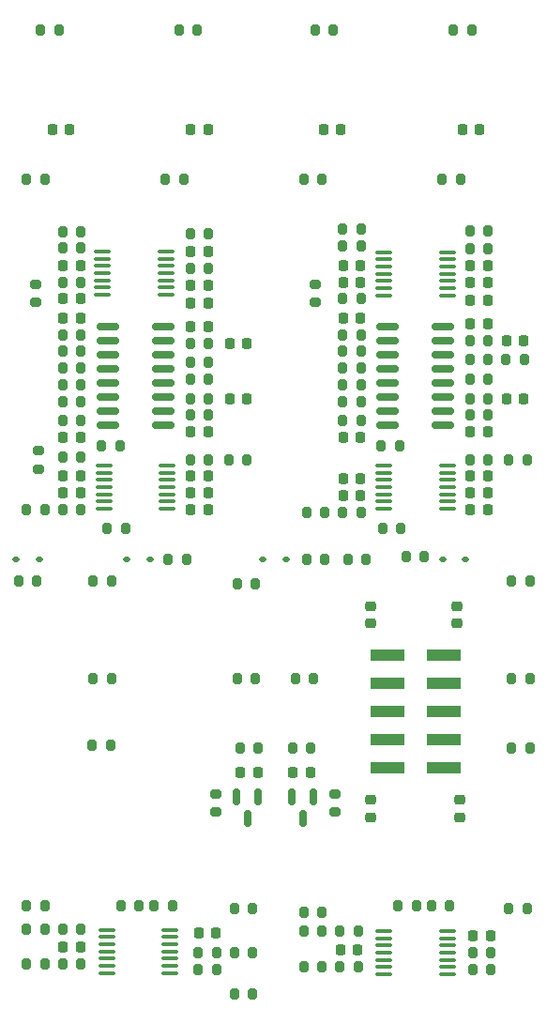
<source format=gbr>
%TF.GenerationSoftware,KiCad,Pcbnew,8.0.0*%
%TF.CreationDate,2024-08-29T00:26:00-07:00*%
%TF.ProjectId,veils_clone,7665696c-735f-4636-9c6f-6e652e6b6963,rev?*%
%TF.SameCoordinates,Original*%
%TF.FileFunction,Paste,Bot*%
%TF.FilePolarity,Positive*%
%FSLAX46Y46*%
G04 Gerber Fmt 4.6, Leading zero omitted, Abs format (unit mm)*
G04 Created by KiCad (PCBNEW 8.0.0) date 2024-08-29 00:26:00*
%MOMM*%
%LPD*%
G01*
G04 APERTURE LIST*
G04 Aperture macros list*
%AMRoundRect*
0 Rectangle with rounded corners*
0 $1 Rounding radius*
0 $2 $3 $4 $5 $6 $7 $8 $9 X,Y pos of 4 corners*
0 Add a 4 corners polygon primitive as box body*
4,1,4,$2,$3,$4,$5,$6,$7,$8,$9,$2,$3,0*
0 Add four circle primitives for the rounded corners*
1,1,$1+$1,$2,$3*
1,1,$1+$1,$4,$5*
1,1,$1+$1,$6,$7*
1,1,$1+$1,$8,$9*
0 Add four rect primitives between the rounded corners*
20,1,$1+$1,$2,$3,$4,$5,0*
20,1,$1+$1,$4,$5,$6,$7,0*
20,1,$1+$1,$6,$7,$8,$9,0*
20,1,$1+$1,$8,$9,$2,$3,0*%
G04 Aperture macros list end*
%ADD10RoundRect,0.200000X-0.200000X-0.275000X0.200000X-0.275000X0.200000X0.275000X-0.200000X0.275000X0*%
%ADD11RoundRect,0.225000X-0.225000X-0.250000X0.225000X-0.250000X0.225000X0.250000X-0.225000X0.250000X0*%
%ADD12RoundRect,0.200000X-0.275000X0.200000X-0.275000X-0.200000X0.275000X-0.200000X0.275000X0.200000X0*%
%ADD13RoundRect,0.150000X-0.150000X0.587500X-0.150000X-0.587500X0.150000X-0.587500X0.150000X0.587500X0*%
%ADD14RoundRect,0.200000X0.200000X0.275000X-0.200000X0.275000X-0.200000X-0.275000X0.200000X-0.275000X0*%
%ADD15RoundRect,0.225000X0.225000X0.250000X-0.225000X0.250000X-0.225000X-0.250000X0.225000X-0.250000X0*%
%ADD16RoundRect,0.225000X-0.250000X0.225000X-0.250000X-0.225000X0.250000X-0.225000X0.250000X0.225000X0*%
%ADD17RoundRect,0.112500X-0.187500X-0.112500X0.187500X-0.112500X0.187500X0.112500X-0.187500X0.112500X0*%
%ADD18RoundRect,0.100000X0.637500X0.100000X-0.637500X0.100000X-0.637500X-0.100000X0.637500X-0.100000X0*%
%ADD19RoundRect,0.112500X0.187500X0.112500X-0.187500X0.112500X-0.187500X-0.112500X0.187500X-0.112500X0*%
%ADD20RoundRect,0.150000X-0.825000X-0.150000X0.825000X-0.150000X0.825000X0.150000X-0.825000X0.150000X0*%
%ADD21RoundRect,0.100000X-0.637500X-0.100000X0.637500X-0.100000X0.637500X0.100000X-0.637500X0.100000X0*%
%ADD22R,3.150000X1.000000*%
%ADD23RoundRect,0.200000X0.275000X-0.200000X0.275000X0.200000X-0.275000X0.200000X-0.275000X-0.200000X0*%
%ADD24RoundRect,0.225000X0.250000X-0.225000X0.250000X0.225000X-0.250000X0.225000X-0.250000X-0.225000X0*%
G04 APERTURE END LIST*
D10*
%TO.C,R37*%
X74700000Y-106250000D03*
X76350000Y-106250000D03*
%TD*%
D11*
%TO.C,C20*%
X110725000Y-94500000D03*
X112275000Y-94500000D03*
%TD*%
D10*
%TO.C,R68*%
X92425000Y-140850000D03*
X94075000Y-140850000D03*
%TD*%
D12*
%TO.C,R94*%
X84500000Y-130175000D03*
X84500000Y-131825000D03*
%TD*%
D13*
%TO.C,U10*%
X86387500Y-130475000D03*
X88287500Y-130475000D03*
X87337500Y-132350000D03*
%TD*%
D14*
%TO.C,R26*%
X83825000Y-94500000D03*
X82175000Y-94500000D03*
%TD*%
%TO.C,R44*%
X87825000Y-140500000D03*
X86175000Y-140500000D03*
%TD*%
%TO.C,R25*%
X83825000Y-96000000D03*
X82175000Y-96000000D03*
%TD*%
%TO.C,R43*%
X69075000Y-104500000D03*
X67425000Y-104500000D03*
%TD*%
D11*
%TO.C,C36*%
X95975000Y-82500000D03*
X97525000Y-82500000D03*
%TD*%
D15*
%TO.C,C39*%
X109025000Y-87750000D03*
X107475000Y-87750000D03*
%TD*%
%TO.C,C3*%
X72275000Y-98000000D03*
X70725000Y-98000000D03*
%TD*%
D11*
%TO.C,C38*%
X107475000Y-97500000D03*
X109025000Y-97500000D03*
%TD*%
D10*
%TO.C,R32*%
X82175000Y-100000000D03*
X83825000Y-100000000D03*
%TD*%
D14*
%TO.C,R89*%
X105575000Y-140250000D03*
X103925000Y-140250000D03*
%TD*%
%TO.C,R29*%
X83825000Y-91250000D03*
X82175000Y-91250000D03*
%TD*%
D10*
%TO.C,R49*%
X95925000Y-90250000D03*
X97575000Y-90250000D03*
%TD*%
D14*
%TO.C,R64*%
X94325000Y-109000000D03*
X92675000Y-109000000D03*
%TD*%
%TO.C,R10*%
X70325000Y-61250000D03*
X68675000Y-61250000D03*
%TD*%
%TO.C,R41*%
X80575000Y-140250000D03*
X78925000Y-140250000D03*
%TD*%
D10*
%TO.C,R8*%
X70675000Y-93250000D03*
X72325000Y-93250000D03*
%TD*%
D16*
%TO.C,C44*%
X98500000Y-130725000D03*
X98500000Y-132275000D03*
%TD*%
D14*
%TO.C,R91*%
X94325000Y-104750000D03*
X92675000Y-104750000D03*
%TD*%
D10*
%TO.C,R27*%
X86675000Y-126000000D03*
X88325000Y-126000000D03*
%TD*%
%TO.C,R71*%
X95925000Y-80750000D03*
X97575000Y-80750000D03*
%TD*%
D12*
%TO.C,R61*%
X68450000Y-99225000D03*
X68450000Y-100875000D03*
%TD*%
D10*
%TO.C,R14*%
X70675000Y-142400000D03*
X72325000Y-142400000D03*
%TD*%
D14*
%TO.C,R78*%
X109075000Y-89250000D03*
X107425000Y-89250000D03*
%TD*%
D10*
%TO.C,R82*%
X110675000Y-91000000D03*
X112325000Y-91000000D03*
%TD*%
%TO.C,R55*%
X95925000Y-93250000D03*
X97575000Y-93250000D03*
%TD*%
D17*
%TO.C,D1*%
X66495000Y-109000000D03*
X68595000Y-109000000D03*
%TD*%
D18*
%TO.C,U4*%
X80112500Y-100550000D03*
X80112500Y-101200000D03*
X80112500Y-101850000D03*
X80112500Y-102500000D03*
X80112500Y-103150000D03*
X80112500Y-103800000D03*
X80112500Y-104450000D03*
X74387500Y-104450000D03*
X74387500Y-103800000D03*
X74387500Y-103150000D03*
X74387500Y-102500000D03*
X74387500Y-101850000D03*
X74387500Y-101200000D03*
X74387500Y-100550000D03*
%TD*%
D14*
%TO.C,R87*%
X97575000Y-104750000D03*
X95925000Y-104750000D03*
%TD*%
D10*
%TO.C,R96*%
X99425000Y-98750000D03*
X101075000Y-98750000D03*
%TD*%
D11*
%TO.C,C45*%
X86725000Y-128250000D03*
X88275000Y-128250000D03*
%TD*%
D15*
%TO.C,C6*%
X72275000Y-85500000D03*
X70725000Y-85500000D03*
%TD*%
D19*
%TO.C,D5*%
X90800000Y-109000000D03*
X88700000Y-109000000D03*
%TD*%
D14*
%TO.C,R60*%
X109075000Y-79350000D03*
X107425000Y-79350000D03*
%TD*%
D10*
%TO.C,R3*%
X70675000Y-88750000D03*
X72325000Y-88750000D03*
%TD*%
%TO.C,R9*%
X82175000Y-82750000D03*
X83825000Y-82750000D03*
%TD*%
D15*
%TO.C,C33*%
X97275000Y-144250000D03*
X95725000Y-144250000D03*
%TD*%
D10*
%TO.C,R28*%
X86425000Y-111250000D03*
X88075000Y-111250000D03*
%TD*%
D14*
%TO.C,R1*%
X75075000Y-119750000D03*
X73425000Y-119750000D03*
%TD*%
%TO.C,R16*%
X68325000Y-111000000D03*
X66675000Y-111000000D03*
%TD*%
D15*
%TO.C,C1*%
X71275000Y-70250000D03*
X69725000Y-70250000D03*
%TD*%
D11*
%TO.C,C46*%
X91475000Y-128250000D03*
X93025000Y-128250000D03*
%TD*%
D14*
%TO.C,R83*%
X109325000Y-144500000D03*
X107675000Y-144500000D03*
%TD*%
D10*
%TO.C,R56*%
X107425000Y-81000000D03*
X109075000Y-81000000D03*
%TD*%
D15*
%TO.C,C4*%
X83775000Y-85900000D03*
X82225000Y-85900000D03*
%TD*%
D20*
%TO.C,U7*%
X74775000Y-96945000D03*
X74775000Y-95675000D03*
X74775000Y-94405000D03*
X74775000Y-93135000D03*
X74775000Y-91865000D03*
X74775000Y-90595000D03*
X74775000Y-89325000D03*
X74775000Y-88055000D03*
X79725000Y-88055000D03*
X79725000Y-89325000D03*
X79725000Y-90595000D03*
X79725000Y-91865000D03*
X79725000Y-93135000D03*
X79725000Y-94405000D03*
X79725000Y-95675000D03*
X79725000Y-96945000D03*
%TD*%
D14*
%TO.C,R35*%
X87825000Y-144500000D03*
X86175000Y-144500000D03*
%TD*%
D10*
%TO.C,R84*%
X110925000Y-100000000D03*
X112575000Y-100000000D03*
%TD*%
%TO.C,R36*%
X85675000Y-100000000D03*
X87325000Y-100000000D03*
%TD*%
D11*
%TO.C,C29*%
X70725000Y-101500000D03*
X72275000Y-101500000D03*
%TD*%
D14*
%TO.C,R92*%
X112575000Y-140500000D03*
X110925000Y-140500000D03*
%TD*%
D10*
%TO.C,R53*%
X95925000Y-91750000D03*
X97575000Y-91750000D03*
%TD*%
D13*
%TO.C,U9*%
X91387500Y-130475000D03*
X93287500Y-130475000D03*
X92337500Y-132350000D03*
%TD*%
D14*
%TO.C,R7*%
X72325000Y-96500000D03*
X70675000Y-96500000D03*
%TD*%
D10*
%TO.C,R50*%
X95925000Y-88750000D03*
X97575000Y-88750000D03*
%TD*%
D11*
%TO.C,C11*%
X82225000Y-101500000D03*
X83775000Y-101500000D03*
%TD*%
D14*
%TO.C,R22*%
X72325000Y-79450000D03*
X70675000Y-79450000D03*
%TD*%
D17*
%TO.C,D7*%
X104950000Y-109000000D03*
X107050000Y-109000000D03*
%TD*%
D15*
%TO.C,C26*%
X84525000Y-142750000D03*
X82975000Y-142750000D03*
%TD*%
%TO.C,C13*%
X95775000Y-70250000D03*
X94225000Y-70250000D03*
%TD*%
D10*
%TO.C,R76*%
X111175000Y-111000000D03*
X112825000Y-111000000D03*
%TD*%
D15*
%TO.C,C25*%
X72275000Y-144000000D03*
X70725000Y-144000000D03*
%TD*%
D14*
%TO.C,R58*%
X97575000Y-94750000D03*
X95925000Y-94750000D03*
%TD*%
D10*
%TO.C,R66*%
X95675000Y-145750000D03*
X97325000Y-145750000D03*
%TD*%
%TO.C,R47*%
X70675000Y-99750000D03*
X72325000Y-99750000D03*
%TD*%
D14*
%TO.C,R51*%
X93075000Y-126000000D03*
X91425000Y-126000000D03*
%TD*%
%TO.C,R54*%
X97575000Y-96500000D03*
X95925000Y-96500000D03*
%TD*%
%TO.C,R31*%
X83825000Y-92750000D03*
X82175000Y-92750000D03*
%TD*%
D11*
%TO.C,C8*%
X85725000Y-94500000D03*
X87275000Y-94500000D03*
%TD*%
%TO.C,C10*%
X82225000Y-104500000D03*
X83775000Y-104500000D03*
%TD*%
D12*
%TO.C,R19*%
X68250000Y-84175000D03*
X68250000Y-85825000D03*
%TD*%
D10*
%TO.C,R6*%
X70675000Y-91750000D03*
X72325000Y-91750000D03*
%TD*%
D11*
%TO.C,C5*%
X82225000Y-81250000D03*
X83775000Y-81250000D03*
%TD*%
D10*
%TO.C,R65*%
X92425000Y-145750000D03*
X94075000Y-145750000D03*
%TD*%
D14*
%TO.C,R77*%
X109075000Y-91000000D03*
X107425000Y-91000000D03*
%TD*%
D20*
%TO.C,U8*%
X100025000Y-96945000D03*
X100025000Y-95675000D03*
X100025000Y-94405000D03*
X100025000Y-93135000D03*
X100025000Y-91865000D03*
X100025000Y-90595000D03*
X100025000Y-89325000D03*
X100025000Y-88055000D03*
X104975000Y-88055000D03*
X104975000Y-89325000D03*
X104975000Y-90595000D03*
X104975000Y-91865000D03*
X104975000Y-93135000D03*
X104975000Y-94405000D03*
X104975000Y-95675000D03*
X104975000Y-96945000D03*
%TD*%
D21*
%TO.C,U1*%
X74637500Y-146325000D03*
X74637500Y-145675000D03*
X74637500Y-145025000D03*
X74637500Y-144375000D03*
X74637500Y-143725000D03*
X74637500Y-143075000D03*
X74637500Y-142425000D03*
X80362500Y-142425000D03*
X80362500Y-143075000D03*
X80362500Y-143725000D03*
X80362500Y-144375000D03*
X80362500Y-145025000D03*
X80362500Y-145675000D03*
X80362500Y-146325000D03*
%TD*%
D10*
%TO.C,R48*%
X91675000Y-119750000D03*
X93325000Y-119750000D03*
%TD*%
D11*
%TO.C,C27*%
X82225000Y-84250000D03*
X83775000Y-84250000D03*
%TD*%
D10*
%TO.C,R38*%
X82925000Y-146000000D03*
X84575000Y-146000000D03*
%TD*%
%TO.C,R17*%
X67425000Y-145500000D03*
X69075000Y-145500000D03*
%TD*%
D15*
%TO.C,C19*%
X108275000Y-70250000D03*
X106725000Y-70250000D03*
%TD*%
%TO.C,C32*%
X83775000Y-88000000D03*
X82225000Y-88000000D03*
%TD*%
D11*
%TO.C,C31*%
X82225000Y-97500000D03*
X83775000Y-97500000D03*
%TD*%
D14*
%TO.C,R63*%
X97575000Y-85500000D03*
X95925000Y-85500000D03*
%TD*%
D11*
%TO.C,C40*%
X107475000Y-103000000D03*
X109025000Y-103000000D03*
%TD*%
D10*
%TO.C,R4*%
X73350000Y-125750000D03*
X75000000Y-125750000D03*
%TD*%
D18*
%TO.C,U6*%
X105362500Y-100550000D03*
X105362500Y-101200000D03*
X105362500Y-101850000D03*
X105362500Y-102500000D03*
X105362500Y-103150000D03*
X105362500Y-103800000D03*
X105362500Y-104450000D03*
X99637500Y-104450000D03*
X99637500Y-103800000D03*
X99637500Y-103150000D03*
X99637500Y-102500000D03*
X99637500Y-101850000D03*
X99637500Y-101200000D03*
X99637500Y-100550000D03*
%TD*%
D11*
%TO.C,C2*%
X70725000Y-87250000D03*
X72275000Y-87250000D03*
%TD*%
D12*
%TO.C,R67*%
X93500000Y-84175000D03*
X93500000Y-85825000D03*
%TD*%
D14*
%TO.C,R34*%
X84575000Y-144500000D03*
X82925000Y-144500000D03*
%TD*%
D10*
%TO.C,R80*%
X107425000Y-100000000D03*
X109075000Y-100000000D03*
%TD*%
D14*
%TO.C,R81*%
X107575000Y-61250000D03*
X105925000Y-61250000D03*
%TD*%
D18*
%TO.C,U5*%
X105362500Y-81300000D03*
X105362500Y-81950000D03*
X105362500Y-82600000D03*
X105362500Y-83250000D03*
X105362500Y-83900000D03*
X105362500Y-84550000D03*
X105362500Y-85200000D03*
X99637500Y-85200000D03*
X99637500Y-84550000D03*
X99637500Y-83900000D03*
X99637500Y-83250000D03*
X99637500Y-82600000D03*
X99637500Y-81950000D03*
X99637500Y-81300000D03*
%TD*%
D15*
%TO.C,C18*%
X97525000Y-84000000D03*
X95975000Y-84000000D03*
%TD*%
D10*
%TO.C,R90*%
X100925000Y-140250000D03*
X102575000Y-140250000D03*
%TD*%
%TO.C,R85*%
X99525000Y-106250000D03*
X101175000Y-106250000D03*
%TD*%
D15*
%TO.C,C16*%
X109025000Y-85650000D03*
X107475000Y-85650000D03*
%TD*%
D10*
%TO.C,R52*%
X96425000Y-109000000D03*
X98075000Y-109000000D03*
%TD*%
%TO.C,R18*%
X70675000Y-145500000D03*
X72325000Y-145500000D03*
%TD*%
%TO.C,R75*%
X111175000Y-126000000D03*
X112825000Y-126000000D03*
%TD*%
D22*
%TO.C,J13*%
X100000000Y-127830000D03*
X105050000Y-127830000D03*
X100000000Y-125290000D03*
X105050000Y-125290000D03*
X100000000Y-122750000D03*
X105050000Y-122750000D03*
X100000000Y-120210000D03*
X105050000Y-120210000D03*
X100000000Y-117670000D03*
X105050000Y-117670000D03*
%TD*%
D10*
%TO.C,R62*%
X95675000Y-142550000D03*
X97325000Y-142550000D03*
%TD*%
D11*
%TO.C,C17*%
X107475000Y-82500000D03*
X109025000Y-82500000D03*
%TD*%
D10*
%TO.C,R5*%
X73425000Y-111000000D03*
X75075000Y-111000000D03*
%TD*%
%TO.C,R21*%
X67425000Y-74750000D03*
X69075000Y-74750000D03*
%TD*%
D14*
%TO.C,R40*%
X81825000Y-109000000D03*
X80175000Y-109000000D03*
%TD*%
D15*
%TO.C,C34*%
X109275000Y-143000000D03*
X107725000Y-143000000D03*
%TD*%
%TO.C,C12*%
X72275000Y-103000000D03*
X70725000Y-103000000D03*
%TD*%
D10*
%TO.C,R23*%
X70675000Y-80900000D03*
X72325000Y-80900000D03*
%TD*%
D16*
%TO.C,C43*%
X98500000Y-113225000D03*
X98500000Y-114775000D03*
%TD*%
D14*
%TO.C,R39*%
X72325000Y-104500000D03*
X70675000Y-104500000D03*
%TD*%
%TO.C,R70*%
X97575000Y-79250000D03*
X95925000Y-79250000D03*
%TD*%
D10*
%TO.C,R88*%
X101675000Y-108750000D03*
X103325000Y-108750000D03*
%TD*%
D11*
%TO.C,C9*%
X85725000Y-89500000D03*
X87275000Y-89500000D03*
%TD*%
D14*
%TO.C,R11*%
X72325000Y-94750000D03*
X70675000Y-94750000D03*
%TD*%
D15*
%TO.C,C24*%
X97525000Y-103250000D03*
X95975000Y-103250000D03*
%TD*%
D10*
%TO.C,R93*%
X104925000Y-74750000D03*
X106575000Y-74750000D03*
%TD*%
%TO.C,R97*%
X74175000Y-98750000D03*
X75825000Y-98750000D03*
%TD*%
D11*
%TO.C,C35*%
X107475000Y-84000000D03*
X109025000Y-84000000D03*
%TD*%
D18*
%TO.C,U2*%
X80000000Y-81250000D03*
X80000000Y-81900000D03*
X80000000Y-82550000D03*
X80000000Y-83200000D03*
X80000000Y-83850000D03*
X80000000Y-84500000D03*
X80000000Y-85150000D03*
X74275000Y-85150000D03*
X74275000Y-84500000D03*
X74275000Y-83850000D03*
X74275000Y-83200000D03*
X74275000Y-82550000D03*
X74275000Y-81900000D03*
X74275000Y-81250000D03*
%TD*%
D11*
%TO.C,C23*%
X107475000Y-101500000D03*
X109025000Y-101500000D03*
%TD*%
%TO.C,C22*%
X107475000Y-104500000D03*
X109025000Y-104500000D03*
%TD*%
D21*
%TO.C,U3*%
X99650000Y-146437500D03*
X99650000Y-145787500D03*
X99650000Y-145137500D03*
X99650000Y-144487500D03*
X99650000Y-143837500D03*
X99650000Y-143187500D03*
X99650000Y-142537500D03*
X105375000Y-142537500D03*
X105375000Y-143187500D03*
X105375000Y-143837500D03*
X105375000Y-144487500D03*
X105375000Y-145137500D03*
X105375000Y-145787500D03*
X105375000Y-146437500D03*
%TD*%
D10*
%TO.C,R12*%
X67425000Y-142400000D03*
X69075000Y-142400000D03*
%TD*%
D11*
%TO.C,C14*%
X95975000Y-87250000D03*
X97525000Y-87250000D03*
%TD*%
D15*
%TO.C,C15*%
X97525000Y-98000000D03*
X95975000Y-98000000D03*
%TD*%
D14*
%TO.C,R73*%
X109075000Y-96000000D03*
X107425000Y-96000000D03*
%TD*%
D11*
%TO.C,C30*%
X82225000Y-103000000D03*
X83775000Y-103000000D03*
%TD*%
D14*
%TO.C,R72*%
X112825000Y-119750000D03*
X111175000Y-119750000D03*
%TD*%
D10*
%TO.C,R42*%
X75925000Y-140250000D03*
X77575000Y-140250000D03*
%TD*%
D14*
%TO.C,R15*%
X72325000Y-84000000D03*
X70675000Y-84000000D03*
%TD*%
D23*
%TO.C,R95*%
X95250000Y-131825000D03*
X95250000Y-130175000D03*
%TD*%
D10*
%TO.C,R59*%
X92425000Y-142550000D03*
X94075000Y-142550000D03*
%TD*%
D11*
%TO.C,C37*%
X95975000Y-101750000D03*
X97525000Y-101750000D03*
%TD*%
D10*
%TO.C,R69*%
X92425000Y-74750000D03*
X94075000Y-74750000D03*
%TD*%
D11*
%TO.C,C21*%
X110725000Y-89250000D03*
X112275000Y-89250000D03*
%TD*%
D14*
%TO.C,R24*%
X88075000Y-119750000D03*
X86425000Y-119750000D03*
%TD*%
D24*
%TO.C,FB1*%
X106250000Y-114775000D03*
X106250000Y-113225000D03*
%TD*%
D15*
%TO.C,C7*%
X83775000Y-70250000D03*
X82225000Y-70250000D03*
%TD*%
D19*
%TO.C,D3*%
X78550000Y-109000000D03*
X76450000Y-109000000D03*
%TD*%
D10*
%TO.C,R86*%
X107675000Y-146000000D03*
X109325000Y-146000000D03*
%TD*%
%TO.C,R46*%
X86175000Y-148250000D03*
X87825000Y-148250000D03*
%TD*%
D14*
%TO.C,R30*%
X83825000Y-89500000D03*
X82175000Y-89500000D03*
%TD*%
%TO.C,R13*%
X83825000Y-79600000D03*
X82175000Y-79600000D03*
%TD*%
%TO.C,R79*%
X109075000Y-92750000D03*
X107425000Y-92750000D03*
%TD*%
%TO.C,R74*%
X109075000Y-94500000D03*
X107425000Y-94500000D03*
%TD*%
D16*
%TO.C,FB2*%
X106500000Y-130725000D03*
X106500000Y-132275000D03*
%TD*%
D10*
%TO.C,R2*%
X70675000Y-90250000D03*
X72325000Y-90250000D03*
%TD*%
D11*
%TO.C,C28*%
X70725000Y-82500000D03*
X72275000Y-82500000D03*
%TD*%
D14*
%TO.C,R57*%
X95075000Y-61250000D03*
X93425000Y-61250000D03*
%TD*%
%TO.C,R33*%
X82825000Y-61250000D03*
X81175000Y-61250000D03*
%TD*%
D10*
%TO.C,R20*%
X67425000Y-140250000D03*
X69075000Y-140250000D03*
%TD*%
%TO.C,R45*%
X79925000Y-74750000D03*
X81575000Y-74750000D03*
%TD*%
M02*

</source>
